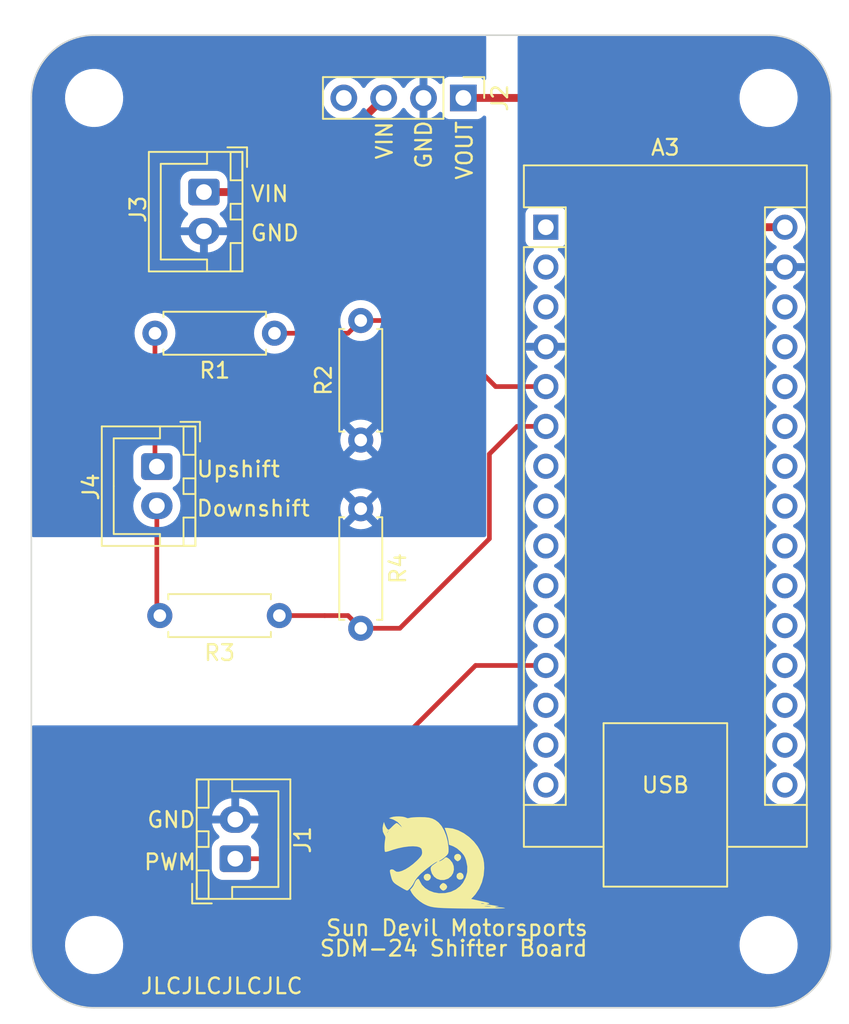
<source format=kicad_pcb>
(kicad_pcb (version 20221018) (generator pcbnew)
  (layers (0 "F.Cu" signal) (31 "B.Cu" signal) (34 "B.Paste" user) (35 "F.Paste" user) (36 "B.SilkS" user "B.Silkscreen") (37 "F.SilkS" user "F.Silkscreen") (38 "B.Mask" user) (39 "F.Mask" user) (44 "Edge.Cuts" user))
  (net 0 "")
  (net 25 "GND")
  (net 26 "Net-(A3-D2)")
  (net 27 "Net-(A3-D3)")
  (net 28 "Net-(A3-D9)")
  (net 29 "/VOUT")
  (net 30 "GND1")
  (net 31 "/VIN")
  (net 33 "Net-(J4-Pin_1)")
  (net 34 "Net-(J4-Pin_2)")
  (footprint "Resistor_THT:R_Axial_DIN0207_L6.3mm_D2.5mm_P7.62mm_Horizontal" (layer "F.Cu") (at 136 76.19 -90)
    (fp_text reference "R4" (at 3.81 -2.37 90) (layer "F.SilkS"))
    (fp_text value "5k")
    (fp_line (start 0.54 -1.37) (end 7.08 -1.37) (stroke (width 0.12)) (layer "F.SilkS"))
    (fp_line (start 0.54 -1.04) (end 0.54 -1.37) (stroke (width 0.12)) (layer "F.SilkS"))
    (fp_line (start 0.54 1.04) (end 0.54 1.37) (stroke (width 0.12)) (layer "F.SilkS"))
    (fp_line (start 0.54 1.37) (end 7.08 1.37) (stroke (width 0.12)) (layer "F.SilkS"))
    (fp_line (start 7.08 -1.37) (end 7.08 -1.04) (stroke (width 0.12)) (layer "F.SilkS"))
    (fp_line (start 7.08 1.37) (end 7.08 1.04) (stroke (width 0.12)) (layer "F.SilkS"))
    (pad "1" thru_hole circle (at 0 0 270) (size 1.6 1.6) (drill 0.8) (layers "*.Cu" "*.Mask") (net 30 "GND1"))
    (pad "2" thru_hole oval (at 7.62 0 270) (size 1.6 1.6) (drill 0.8) (layers "*.Cu" "*.Mask") (net 27 "Net-(A3-D3)"))
  )
  (footprint "Module:Arduino_Nano" (layer "F.Cu") (at 147.8 58.24)
    (fp_text reference "A3" (at 7.62 -5.08) (layer "F.SilkS"))
    (fp_text value "Arduino_Nano_v3.x")
    (fp_text user "USB" (at 7.62 35.56 unlocked) (layer "F.SilkS"))
    (fp_line (start -1.4 -3.94) (end -1.4 -1.27) (stroke (width 0.12)) (layer "F.SilkS"))
    (fp_line (start -1.4 1.27) (end -1.4 39.5) (stroke (width 0.12)) (layer "F.SilkS"))
    (fp_line (start -1.4 39.5) (end 3.68 39.5) (stroke (width 0.12)) (layer "F.SilkS"))
    (fp_line (start 1.27 -1.27) (end -1.4 -1.27) (stroke (width 0.12)) (layer "F.SilkS"))
    (fp_line (start 1.27 1.27) (end -1.4 1.27) (stroke (width 0.12)) (layer "F.SilkS"))
    (fp_line (start 1.27 1.27) (end 1.27 -1.27) (stroke (width 0.12)) (layer "F.SilkS"))
    (fp_line (start 1.27 1.27) (end 1.27 36.83) (stroke (width 0.12)) (layer "F.SilkS"))
    (fp_line (start 1.27 36.83) (end -1.4 36.83) (stroke (width 0.12)) (layer "F.SilkS"))
    (fp_line (start 3.68 31.62) (end 11.56 31.62) (stroke (width 0.12)) (layer "F.SilkS"))
    (fp_line (start 3.68 42.04) (end 3.68 31.62) (stroke (width 0.12)) (layer "F.SilkS"))
    (fp_line (start 11.56 31.62) (end 11.56 42.04) (stroke (width 0.12)) (layer "F.SilkS"))
    (fp_line (start 11.56 42.04) (end 3.68 42.04) (stroke (width 0.12)) (layer "F.SilkS"))
    (fp_line (start 13.97 -1.27) (end 13.97 36.83) (stroke (width 0.12)) (layer "F.SilkS"))
    (fp_line (start 13.97 -1.27) (end 16.64 -1.27) (stroke (width 0.12)) (layer "F.SilkS"))
    (fp_line (start 13.97 36.83) (end 16.64 36.83) (stroke (width 0.12)) (layer "F.SilkS"))
    (fp_line (start 16.64 -3.94) (end -1.4 -3.94) (stroke (width 0.12)) (layer "F.SilkS"))
    (fp_line (start 16.64 39.5) (end 11.56 39.5) (stroke (width 0.12)) (layer "F.SilkS"))
    (fp_line (start 16.64 39.5) (end 16.64 -3.94) (stroke (width 0.12)) (layer "F.SilkS"))
    (pad "1" thru_hole rect (at 0 0) (size 1.6 1.6) (drill 1) (layers "*.Cu" "*.Mask"))
    (pad "2" thru_hole oval (at 0 2.54) (size 1.6 1.6) (drill 1) (layers "*.Cu" "*.Mask"))
    (pad "3" thru_hole oval (at 0 5.08) (size 1.6 1.6) (drill 1) (layers "*.Cu" "*.Mask"))
    (pad "4" thru_hole oval (at 0 7.62) (size 1.6 1.6) (drill 1) (layers "*.Cu" "*.Mask") (net 25 "GND"))
    (pad "5" thru_hole oval (at 0 10.16) (size 1.6 1.6) (drill 1) (layers "*.Cu" "*.Mask") (net 26 "Net-(A3-D2)"))
    (pad "6" thru_hole oval (at 0 12.7) (size 1.6 1.6) (drill 1) (layers "*.Cu" "*.Mask") (net 27 "Net-(A3-D3)"))
    (pad "7" thru_hole oval (at 0 15.24) (size 1.6 1.6) (drill 1) (layers "*.Cu" "*.Mask"))
    (pad "8" thru_hole oval (at 0 17.78) (size 1.6 1.6) (drill 1) (layers "*.Cu" "*.Mask"))
    (pad "9" thru_hole oval (at 0 20.32) (size 1.6 1.6) (drill 1) (layers "*.Cu" "*.Mask"))
    (pad "10" thru_hole oval (at 0 22.86) (size 1.6 1.6) (drill 1) (layers "*.Cu" "*.Mask"))
    (pad "11" thru_hole oval (at 0 25.4) (size 1.6 1.6) (drill 1) (layers "*.Cu" "*.Mask"))
    (pad "12" thru_hole oval (at 0 27.94) (size 1.6 1.6) (drill 1) (layers "*.Cu" "*.Mask") (net 28 "Net-(A3-D9)"))
    (pad "13" thru_hole oval (at 0 30.48) (size 1.6 1.6) (drill 1) (layers "*.Cu" "*.Mask"))
    (pad "14" thru_hole oval (at 0 33.02) (size 1.6 1.6) (drill 1) (layers "*.Cu" "*.Mask"))
    (pad "15" thru_hole oval (at 0 35.56) (size 1.6 1.6) (drill 1) (layers "*.Cu" "*.Mask"))
    (pad "16" thru_hole oval (at 15.24 35.56) (size 1.6 1.6) (drill 1) (layers "*.Cu" "*.Mask"))
    (pad "17" thru_hole oval (at 15.24 33.02) (size 1.6 1.6) (drill 1) (layers "*.Cu" "*.Mask"))
    (pad "18" thru_hole oval (at 15.24 30.48) (size 1.6 1.6) (drill 1) (layers "*.Cu" "*.Mask"))
    (pad "19" thru_hole oval (at 15.24 27.94) (size 1.6 1.6) (drill 1) (layers "*.Cu" "*.Mask"))
    (pad "20" thru_hole oval (at 15.24 25.4) (size 1.6 1.6) (drill 1) (layers "*.Cu" "*.Mask"))
    (pad "21" thru_hole oval (at 15.24 22.86) (size 1.6 1.6) (drill 1) (layers "*.Cu" "*.Mask"))
    (pad "22" thru_hole oval (at 15.24 20.32) (size 1.6 1.6) (drill 1) (layers "*.Cu" "*.Mask"))
    (pad "23" thru_hole oval (at 15.24 17.78) (size 1.6 1.6) (drill 1) (layers "*.Cu" "*.Mask"))
    (pad "24" thru_hole oval (at 15.24 15.24) (size 1.6 1.6) (drill 1) (layers "*.Cu" "*.Mask"))
    (pad "25" thru_hole oval (at 15.24 12.7) (size 1.6 1.6) (drill 1) (layers "*.Cu" "*.Mask"))
    (pad "26" thru_hole oval (at 15.24 10.16) (size 1.6 1.6) (drill 1) (layers "*.Cu" "*.Mask"))
    (pad "27" thru_hole oval (at 15.24 7.62) (size 1.6 1.6) (drill 1) (layers "*.Cu" "*.Mask"))
    (pad "28" thru_hole oval (at 15.24 5.08) (size 1.6 1.6) (drill 1) (layers "*.Cu" "*.Mask"))
    (pad "29" thru_hole oval (at 15.24 2.54) (size 1.6 1.6) (drill 1) (layers "*.Cu" "*.Mask") (net 25 "GND"))
    (pad "30" thru_hole oval (at 15.24 0) (size 1.6 1.6) (drill 1) (layers "*.Cu" "*.Mask") (net 29 "/VOUT"))
  )
  (footprint "Connector_PinHeader_2.54mm:PinHeader_1x04_P2.54mm_Vertical" (layer "F.Cu") (at 142.54 50 -90)
    (fp_text reference "J2" (at 0 -2.33 90) (layer "F.SilkS"))
    (fp_text value "Conn_01x04_Pin")
    (fp_line (start -1.33 -1.33) (end 0 -1.33) (stroke (width 0.12)) (layer "F.SilkS"))
    (fp_line (start -1.33 0) (end -1.33 -1.33) (stroke (width 0.12)) (layer "F.SilkS"))
    (fp_line (start -1.33 1.27) (end -1.33 8.95) (stroke (width 0.12)) (layer "F.SilkS"))
    (fp_line (start -1.33 1.27) (end 1.33 1.27) (stroke (width 0.12)) (layer "F.SilkS"))
    (fp_line (start -1.33 8.95) (end 1.33 8.95) (stroke (width 0.12)) (layer "F.SilkS"))
    (fp_line (start 1.33 1.27) (end 1.33 8.95) (stroke (width 0.12)) (layer "F.SilkS"))
    (pad "1" thru_hole rect (at 0 0 270) (size 1.7 1.7) (drill 1) (layers "*.Cu" "*.Mask") (net 29 "/VOUT"))
    (pad "2" thru_hole oval (at 0 2.54 270) (size 1.7 1.7) (drill 1) (layers "*.Cu" "*.Mask") (net 30 "GND1"))
    (pad "3" thru_hole oval (at 0 5.08 270) (size 1.7 1.7) (drill 1) (layers "*.Cu" "*.Mask") (net 31 "/VIN"))
    (pad "4" thru_hole oval (at 0 7.62 270) (size 1.7 1.7) (drill 1) (layers "*.Cu" "*.Mask"))
  )
  (footprint "MountingHole:MountingHole_3.2mm_M3" (layer "F.Cu") (at 162 50)
    (fp_text reference "H1" hide)
    (fp_text value "MountingHole")
    (pad "" np_thru_hole circle (at 0 0) (size 3.2 3.2) (drill 3.2) (layers "*.Cu" "*.Mask"))
  )
  (footprint "Resistor_THT:R_Axial_DIN0207_L6.3mm_D2.5mm_P7.62mm_Horizontal" (layer "F.Cu") (at 130.5 65 180)
    (fp_text reference "R1" (at 3.81 -2.37) (layer "F.SilkS"))
    (fp_text value "10k")
    (fp_line (start 0.54 -1.37) (end 7.08 -1.37) (stroke (width 0.12)) (layer "F.SilkS"))
    (fp_line (start 0.54 -1.04) (end 0.54 -1.37) (stroke (width 0.12)) (layer "F.SilkS"))
    (fp_line (start 0.54 1.04) (end 0.54 1.37) (stroke (width 0.12)) (layer "F.SilkS"))
    (fp_line (start 0.54 1.37) (end 7.08 1.37) (stroke (width 0.12)) (layer "F.SilkS"))
    (fp_line (start 7.08 -1.37) (end 7.08 -1.04) (stroke (width 0.12)) (layer "F.SilkS"))
    (fp_line (start 7.08 1.37) (end 7.08 1.04) (stroke (width 0.12)) (layer "F.SilkS"))
    (pad "1" thru_hole circle (at 0 0 180) (size 1.6 1.6) (drill 0.8) (layers "*.Cu" "*.Mask") (net 26 "Net-(A3-D2)"))
    (pad "2" thru_hole oval (at 7.62 0 180) (size 1.6 1.6) (drill 0.8) (layers "*.Cu" "*.Mask") (net 33 "Net-(J4-Pin_1)"))
  )
  (footprint "LOGO" (layer "F.Cu") (at 141.2 98.8)
    (fp_text reference "G***" hide)
    (fp_text value "LOGO" hide)
    (fp_poly (pts (xy -0.821081 0.687178) (xy -0.746637 0.771826) (xy -0.729825 0.888479) (xy -0.773174 0.999054) (xy -0.877371 1.091558) (xy -1.001382 1.105118) (xy -1.120509 1.03782) (xy -1.131006 1.026786) (xy -1.189664 0.907688) (xy -1.174136 0.786063) (xy -1.089427 0.69247) (xy -1.074966 0.684631) (xy -0.936182 0.652218)) (fill solid) (layer "F.SilkS"))
    (fp_poly (pts (xy 1.200451 0.593418) (xy 1.307854 0.677382) (xy 1.317544 0.691314) (xy 1.363028 0.822122) (xy 1.335487 0.935799) (xy 1.250854 1.013972) (xy 1.125062 1.038266) (xy 1.03391 1.018404) (xy 0.93999 0.942758) (xy 0.902563 0.827297) (xy 0.929022 0.706397) (xy 0.958015 0.665458) (xy 1.075876 0.58887)) (fill solid) (layer "F.SilkS"))
    (fp_poly (pts (xy 1.089842 -0.586378) (xy 1.177972 -0.505) (xy 1.204368 -0.389784) (xy 1.168027 -0.271904) (xy 1.102186 -0.202697) (xy 1.020825 -0.151413) (xy 0.978634 -0.13345) (xy 0.927742 -0.15629) (xy 0.855082 -0.202697) (xy 0.767734 -0.303885) (xy 0.750917 -0.416013) (xy 0.791995 -0.518429) (xy 0.87833 -0.590481) (xy 0.997287 -0.611516)) (fill solid) (layer "F.SilkS"))
    (fp_poly (pts (xy 0.165657 1.281734) (xy 0.261449 1.368557) (xy 0.310214 1.473336) (xy 0.311384 1.490193) (xy 0.273719 1.594791) (xy 0.183384 1.686858) (xy 0.074366 1.733728) (xy 0.056827 1.734851) (xy -0.014247 1.705732) (xy -0.088967 1.645885) (xy -0.154949 1.557817) (xy -0.177933 1.490193) (xy -0.144968 1.405907) (xy -0.068104 1.315908) (xy 0.019612 1.254636) (xy 0.056827 1.245534)) (fill solid) (layer "F.SilkS"))
    (fp_poly (pts (xy 0.656564 -2.227522) (xy 1.015433 -2.110702) (xy 1.369584 -1.928043) (xy 1.704436 -1.689397) (xy 2.005407 -1.404615) (xy 2.257915 -1.08355) (xy 2.387423 -0.86344) (xy 2.524876 -0.568961) (xy 2.612727 -0.305117) (xy 2.659877 -0.035513) (xy 2.675227 0.276245) (xy 2.675357 0.313897) (xy 2.637505 0.766385) (xy 2.528193 1.203034) (xy 2.353785 1.606596) (xy 2.120644 1.959824) (xy 2.029129 2.065389) (xy 1.844485 2.263666) (xy 2.134414 2.328172) (xy 2.340968 2.373593) (xy 2.562869 2.421588) (xy 2.691244 2.448913) (xy 2.868613 2.492126) (xy 2.974303 2.530497) (xy 3.003838 2.560941) (xy 2.952738 2.580376) (xy 2.889194 2.585235) (xy 2.821175 2.590678) (xy 2.830687 2.601312) (xy 2.922271 2.6193) (xy 2.980385 2.628646) (xy 3.164997 2.657601) (xy 3.352363 2.687172) (xy 3.425219 2.698739) (xy 3.625394 2.730621) (xy 3.447461 2.760224) (xy 3.372426 2.775165) (xy 3.366731 2.785192) (xy 3.436768 2.791809) (xy 3.588923 2.796517) (xy 3.603152 2.796821) (xy 3.774436 2.805748) (xy 3.915715 2.822777) (xy 3.999054 2.844413) (xy 4.003503 2.846935) (xy 3.976512 2.856432) (xy 3.870604 2.864484) (xy 3.695816 2.871091) (xy 3.462185 2.876251) (xy 3.179748 2.879966) (xy 2.858544 2.882234) (xy 2.508609 2.883057) (xy 2.139982 2.882432) (xy 1.762698 2.880362) (xy 1.386797 2.876844) (xy 1.022315 2.87188) (xy 0.679289 2.865468) (xy 0.367758 2.857609) (xy 0.097758 2.848302) (xy 0.066725 2.847007) (xy -0.264249 2.828321) (xy -0.526971 2.800875) (xy -0.742066 2.759931) (xy -0.82601 2.73352) (xy 2.685481 2.73352) (xy 2.726035 2.739575) (xy 2.836985 2.742758) (xy 2.891419 2.743013) (xy 3.025076 2.741081) (xy 3.091626 2.735933) (xy 3.081784 2.728539) (xy 3.058231 2.725564) (xy 2.891199 2.718366) (xy 2.724606 2.725564) (xy 2.685481 2.73352) (xy -0.82601 2.73352) (xy -0.930156 2.700753) (xy -1.111867 2.618602) (xy -1.218283 2.560292) (xy 2.455812 2.560292) (xy 2.509279 2.567663) (xy 2.557793 2.568817) (xy 2.649344 2.565237) (xy 2.672973 2.555156) (xy 2.6584 2.549471) (xy 2.551576 2.541186) (xy 2.480466 2.548574) (xy 2.455812 2.560292) (xy -1.218283 2.560292) (xy -1.244883 2.545717) (xy -1.448019 2.407862) (xy -1.648968 2.236207) (xy -1.823658 2.053901) (xy -1.948017 1.884096) (xy -1.96496 1.853223) (xy -2.053198 1.680263) (xy -1.944561 1.562986) (xy -1.852085 1.434016) (xy -1.784831 1.292906) (xy -1.716772 1.143028) (xy -1.632312 1.031225) (xy -1.549042 0.979777) (xy -1.536718 0.978634) (xy -1.488946 1.016228) (xy -1.439114 1.108233) (xy -1.433413 1.123205) (xy -1.301426 1.362067) (xy -1.097684 1.568127) (xy -0.836128 1.732488) (xy -0.530698 1.846255) (xy -0.217719 1.89899) (xy 0.172065 1.890832) (xy 0.534941 1.809469) (xy 0.859463 1.659908) (xy 1.134185 1.447158) (xy 1.314728 1.228376) (xy 1.492647 0.894338) (xy 1.584431 0.553351) (xy 1.591233 0.196865) (xy 1.51421 -0.18367) (xy 1.508258 -0.203225) (xy 1.443342 -0.38379) (xy 1.364154 -0.526997) (xy 1.248346 -0.668687) (xy 1.163026 -0.756876) (xy 0.931418 -0.956955) (xy 0.704896 -1.0849) (xy 0.666764 -1.09997) (xy 0.422592 -1.190974) (xy 0.392054 -1.430866) (xy 0.359419 -1.603083) (xy 0.305483 -1.808126) (xy 0.253004 -1.969705) (xy 0.144492 -2.268651) (xy 0.307559 -2.268651)) (fill solid) (layer "F.SilkS"))
    (fp_poly (pts (xy -2.520941 -2.979481) (xy -2.368967 -2.944134) (xy -2.335376 -2.929253) (xy -2.213641 -2.883499) (xy -2.106247 -2.897998) (xy -2.090718 -2.904145) (xy -2.003274 -2.922799) (xy -1.849173 -2.938565) (xy -1.650716 -2.949706) (xy -1.445709 -2.954394) (xy -1.114112 -2.947559) (xy -0.850364 -2.918062) (xy -0.634993 -2.860253) (xy -0.448523 -2.768483) (xy -0.27148 -2.637101) (xy -0.231741 -2.602213) (xy -0.045531 -2.38602) (xy 0.117397 -2.102045) (xy 0.24984 -1.770007) (xy 0.344597 -1.409623) (xy 0.394466 -1.040613) (xy 0.40035 -0.871442) (xy 0.394366 -0.721697) (xy 0.365553 -0.62096) (xy 0.29762 -0.529517) (xy 0.233538 -0.464759) (xy 0.101342 -0.350164) (xy -0.037969 -0.250002) (xy -0.088967 -0.219925) (xy -0.177697 -0.168379) (xy -0.213056 -0.138347) (xy -0.209087 -0.135416) (xy -0.131599 -0.157277) (xy -0.022405 -0.214067) (xy 0.081298 -0.284428) (xy 0.131016 -0.330692) (xy 0.20347 -0.388585) (xy 0.287093 -0.38545) (xy 0.398108 -0.317328) (xy 0.48339 -0.244721) (xy 0.640552 -0.051064) (xy 0.726259 0.1687) (xy 0.742281 0.397146) (xy 0.690387 0.61685) (xy 0.572344 0.810388) (xy 0.389923 0.960336) (xy 0.359384 0.97684) (xy 0.114744 1.057394) (xy -0.125035 1.0568) (xy -0.345297 0.982335) (xy -0.531387 0.841278) (xy -0.668649 0.640906) (xy -0.735282 0.433225) (xy -0.746413 0.316134) (xy -0.721042 0.22324) (xy -0.646483 0.135142) (xy -0.510045 0.03244) (xy -0.444834 -0.010866) (xy -0.351338 -0.076307) (xy -0.313824 -0.112256) (xy -0.331489 -0.113184) (xy -0.429594 -0.063873) (xy -0.577285 0.031378) (xy -0.757402 0.159687) (xy -0.952788 0.308171) (xy -1.146284 0.463947) (xy -1.32073 0.614132) (xy -1.407736 0.694869) (xy -1.589491 0.889897) (xy -1.727613 1.078343) (xy -1.784333 1.184186) (xy -1.858343 1.322451) (xy -1.957672 1.466647) (xy -2.065395 1.596576) (xy -2.164586 1.692039) (xy -2.238319 1.732838) (xy -2.244317 1.733115) (xy -2.30693 1.711178) (xy -2.415921 1.656995) (xy -2.491068 1.615017) (xy -2.735005 1.47224) (xy -2.914479 1.360854) (xy -3.041891 1.267459) (xy -3.129646 1.178651) (xy -3.190146 1.081028) (xy -3.235794 0.961189) (xy -3.278994 0.80573) (xy -3.294051 0.747345) (xy -3.332974 0.582794) (xy -3.345788 0.481987) (xy -3.333531 0.423941) (xy -3.311335 0.39813) (xy -3.215962 0.370193) (xy -3.102681 0.403584) (xy -3.023439 0.468798) (xy -2.919628 0.527852) (xy -2.765857 0.527258) (xy -2.572828 0.472448) (xy -2.351243 0.368853) (xy -2.111804 0.221906) (xy -1.865211 0.037038) (xy -1.622166 -0.180319) (xy -1.501313 -0.303766) (xy -1.383703 -0.438331) (xy -1.318996 -0.541231) (xy -1.292982 -0.639204) (xy -1.290017 -0.701326) (xy -1.304417 -0.834684) (xy -1.339783 -0.93939) (xy -1.346858 -0.950398) (xy -1.455047 -1.028643) (xy -1.63353 -1.075767) (xy -1.86957 -1.092603) (xy -2.150435 -1.079987) (xy -2.463387 -1.038754) (xy -2.795693 -0.969741) (xy -3.134616 -0.873781) (xy -3.281908 -0.823473) (xy -3.440942 -0.771339) (xy -3.568975 -0.739003) (xy -3.64235 -0.732224) (xy -3.648203 -0.734326) (xy -3.672249 -0.792685) (xy -3.685726 -0.915821) (xy -3.68857 -1.080166) (xy -3.680722 -1.262153) (xy -3.66212 -1.438215) (xy -3.650223 -1.509234) (xy -3.632616 -1.648553) (xy -3.651287 -1.74549) (xy -3.697874 -1.822088) (xy -3.771678 -1.97951) (xy -3.514186 -1.97951) (xy -3.491944 -1.957268) (xy -3.469702 -1.97951) (xy -3.491944 -2.001751) (xy -3.514186 -1.97951) (xy -3.771678 -1.97951) (xy -3.790329 -2.019293) (xy -3.794857 -2.068476) (xy -3.469702 -2.068476) (xy -3.44746 -2.046235) (xy -3.425219 -2.068476) (xy -3.44746 -2.090718) (xy -3.469702 -2.068476) (xy -3.794857 -2.068476) (xy -3.812022 -2.254908) (xy -3.779706 -2.448192) (xy -3.725291 -2.64676) (xy -3.662803 -2.468827) (xy -3.601538 -2.332793) (xy -3.528876 -2.220956) (xy -3.513312 -2.203707) (xy -3.466148 -2.16138) (xy -3.423993 -2.151896) (xy -3.36844 -2.183732) (xy -3.281081 -2.265364) (xy -3.19937 -2.348278) (xy -3.080737 -2.461849) (xy -2.980272 -2.544479) (xy -2.918129 -2.579745) (xy -2.914961 -2.580035) (xy -2.850879 -2.5508) (xy -2.755812 -2.47698) (xy -2.711441 -2.435464) (xy -2.565391 -2.290893) (xy -2.663449 -2.433695) (xy -2.85813 -2.64042) (xy -3.113163 -2.788539) (xy -3.217915 -2.825857) (xy -3.402977 -2.882001) (xy -3.269527 -2.939524) (xy -3.124447 -2.977409) (xy -2.930266 -2.996465) (xy -2.718569 -2.99704)) (fill solid) (layer "F.SilkS"))
  )
  (footprint "Resistor_THT:R_Axial_DIN0207_L6.3mm_D2.5mm_P7.62mm_Horizontal" (layer "F.Cu") (at 130.81 83 180)
    (fp_text reference "R3" (at 3.81 -2.37) (layer "F.SilkS"))
    (fp_text value "10k")
    (fp_line (start 0.54 -1.37) (end 7.08 -1.37) (stroke (width 0.12)) (layer "F.SilkS"))
    (fp_line (start 0.54 -1.04) (end 0.54 -1.37) (stroke (width 0.12)) (layer "F.SilkS"))
    (fp_line (start 0.54 1.04) (end 0.54 1.37) (stroke (width 0.12)) (layer "F.SilkS"))
    (fp_line (start 0.54 1.37) (end 7.08 1.37) (stroke (width 0.12)) (layer "F.SilkS"))
    (fp_line (start 7.08 -1.37) (end 7.08 -1.04) (stroke (width 0.12)) (layer "F.SilkS"))
    (fp_line (start 7.08 1.37) (end 7.08 1.04) (stroke (width 0.12)) (layer "F.SilkS"))
    (pad "1" thru_hole circle (at 0 0 180) (size 1.6 1.6) (drill 0.8) (layers "*.Cu" "*.Mask") (net 27 "Net-(A3-D3)"))
    (pad "2" thru_hole oval (at 7.62 0 180) (size 1.6 1.6) (drill 0.8) (layers "*.Cu" "*.Mask") (net 34 "Net-(J4-Pin_2)"))
  )
  (footprint "MountingHole:MountingHole_3.2mm_M3" (layer "F.Cu") (at 162 104)
    (fp_text reference "H2" hide)
    (fp_text value "MountingHole")
    (pad "" np_thru_hole circle (at 0 0) (size 3.2 3.2) (drill 3.2) (layers "*.Cu" "*.Mask"))
  )
  (footprint "MountingHole:MountingHole_3.2mm_M3" (layer "F.Cu") (at 119 50)
    (fp_text reference "H3" hide)
    (fp_text value "MountingHole")
    (pad "" np_thru_hole circle (at 0 0) (size 3.2 3.2) (drill 3.2) (layers "*.Cu" "*.Mask"))
  )
  (footprint "MountingHole:MountingHole_3.2mm_M3" (layer "F.Cu") (at 119 104)
    (fp_text reference "H4" hide)
    (fp_text value "MountingHole")
    (pad "" np_thru_hole circle (at 0 0) (size 3.2 3.2) (drill 3.2) (layers "*.Cu" "*.Mask"))
  )
  (footprint "Connector_JST:JST_XH_B2B-XH-A_1x02_P2.50mm_Vertical" (layer "F.Cu") (at 128 98.5 90)
    (fp_text reference "J1" (at 1.2 4.3 90) (layer "F.SilkS"))
    (fp_text value "PWM")
    (fp_line (start -2.85 -2.75) (end -2.85 -1.5) (stroke (width 0.12)) (layer "F.SilkS"))
    (fp_line (start -2.56 -2.46) (end -2.56 3.51) (stroke (width 0.12)) (layer "F.SilkS"))
    (fp_line (start -2.56 3.51) (end 5.06 3.51) (stroke (width 0.12)) (layer "F.SilkS"))
    (fp_line (start -2.55 -2.45) (end -2.55 -1.7) (stroke (width 0.12)) (layer "F.SilkS"))
    (fp_line (start -2.55 -1.7) (end -0.75 -1.7) (stroke (width 0.12)) (layer "F.SilkS"))
    (fp_line (start -2.55 -0.2) (end -1.8 -0.2) (stroke (width 0.12)) (layer "F.SilkS"))
    (fp_line (start -1.8 -0.2) (end -1.8 2.75) (stroke (width 0.12)) (layer "F.SilkS"))
    (fp_line (start -1.8 2.75) (end 1.25 2.75) (stroke (width 0.12)) (layer "F.SilkS"))
    (fp_line (start -1.6 -2.75) (end -2.85 -2.75) (stroke (width 0.12)) (layer "F.SilkS"))
    (fp_line (start -0.75 -2.45) (end -2.55 -2.45) (stroke (width 0.12)) (layer "F.SilkS"))
    (fp_line (start -0.75 -1.7) (end -0.75 -2.45) (stroke (width 0.12)) (layer "F.SilkS"))
    (fp_line (start 0.75 -2.45) (end 0.75 -1.7) (stroke (width 0.12)) (layer "F.SilkS"))
    (fp_line (start 0.75 -1.7) (end 1.75 -1.7) (stroke (width 0.12)) (layer "F.SilkS"))
    (fp_line (start 1.75 -2.45) (end 0.75 -2.45) (stroke (width 0.12)) (layer "F.SilkS"))
    (fp_line (start 1.75 -1.7) (end 1.75 -2.45) (stroke (width 0.12)) (layer "F.SilkS"))
    (fp_line (start 3.25 -2.45) (end 3.25 -1.7) (stroke (width 0.12)) (layer "F.SilkS"))
    (fp_line (start 3.25 -1.7) (end 5.05 -1.7) (stroke (width 0.12)) (layer "F.SilkS"))
    (fp_line (start 4.3 -0.2) (end 4.3 2.75) (stroke (width 0.12)) (layer "F.SilkS"))
    (fp_line (start 4.3 2.75) (end 1.25 2.75) (stroke (width 0.12)) (layer "F.SilkS"))
    (fp_line (start 5.05 -2.45) (end 3.25 -2.45) (stroke (width 0.12)) (layer "F.SilkS"))
    (fp_line (start 5.05 -1.7) (end 5.05 -2.45) (stroke (width 0.12)) (layer "F.SilkS"))
    (fp_line (start 5.05 -0.2) (end 4.3 -0.2) (stroke (width 0.12)) (layer "F.SilkS"))
    (fp_line (start 5.06 -2.46) (end -2.56 -2.46) (stroke (width 0.12)) (layer "F.SilkS"))
    (fp_line (start 5.06 3.51) (end 5.06 -2.46) (stroke (width 0.12)) (layer "F.SilkS"))
    (pad "1" thru_hole roundrect (at 0 0 90) (size 1.7 2) (drill 1) (layers "*.Cu" "*.Mask") (roundrect_rratio 0.1470588235) (net 28 "Net-(A3-D9)"))
    (pad "2" thru_hole oval (at 2.5 0 90) (size 1.7 2) (drill 1) (layers "*.Cu" "*.Mask") (net 25 "GND"))
  )
  (footprint "Resistor_THT:R_Axial_DIN0207_L6.3mm_D2.5mm_P7.62mm_Horizontal" (layer "F.Cu") (at 136 71.81 90)
    (fp_text reference "R2" (at 3.81 -2.37 90) (layer "F.SilkS"))
    (fp_text value "5k")
    (fp_line (start 0.54 -1.37) (end 7.08 -1.37) (stroke (width 0.12)) (layer "F.SilkS"))
    (fp_line (start 0.54 -1.04) (end 0.54 -1.37) (stroke (width 0.12)) (layer "F.SilkS"))
    (fp_line (start 0.54 1.04) (end 0.54 1.37) (stroke (width 0.12)) (layer "F.SilkS"))
    (fp_line (start 0.54 1.37) (end 7.08 1.37) (stroke (width 0.12)) (layer "F.SilkS"))
    (fp_line (start 7.08 -1.37) (end 7.08 -1.04) (stroke (width 0.12)) (layer "F.SilkS"))
    (fp_line (start 7.08 1.37) (end 7.08 1.04) (stroke (width 0.12)) (layer "F.SilkS"))
    (pad "1" thru_hole circle (at 0 0 90) (size 1.6 1.6) (drill 0.8) (layers "*.Cu" "*.Mask") (net 30 "GND1"))
    (pad "2" thru_hole oval (at 7.62 0 90) (size 1.6 1.6) (drill 0.8) (layers "*.Cu" "*.Mask") (net 26 "Net-(A3-D2)"))
  )
  (footprint "Connector_JST:JST_XH_B2B-XH-A_1x02_P2.50mm_Vertical" (layer "F.Cu") (at 123 73.5 -90)
    (fp_text reference "J4" (at 1.3 4.2 90) (layer "F.SilkS"))
    (fp_text value "Up/Down Shift")
    (fp_line (start -2.85 -2.75) (end -2.85 -1.5) (stroke (width 0.12)) (layer "F.SilkS"))
    (fp_line (start -2.56 -2.46) (end -2.56 3.51) (stroke (width 0.12)) (layer "F.SilkS"))
    (fp_line (start -2.56 3.51) (end 5.06 3.51) (stroke (width 0.12)) (layer "F.SilkS"))
    (fp_line (start -2.55 -2.45) (end -2.55 -1.7) (stroke (width 0.12)) (layer "F.SilkS"))
    (fp_line (start -2.55 -1.7) (end -0.75 -1.7) (stroke (width 0.12)) (layer "F.SilkS"))
    (fp_line (start -2.55 -0.2) (end -1.8 -0.2) (stroke (width 0.12)) (layer "F.SilkS"))
    (fp_line (start -1.8 -0.2) (end -1.8 2.75) (stroke (width 0.12)) (layer "F.SilkS"))
    (fp_line (start -1.8 2.75) (end 1.25 2.75) (stroke (width 0.12)) (layer "F.SilkS"))
    (fp_line (start -1.6 -2.75) (end -2.85 -2.75) (stroke (width 0.12)) (layer "F.SilkS"))
    (fp_line (start -0.75 -2.45) (end -2.55 -2.45) (stroke (width 0.12)) (layer "F.SilkS"))
    (fp_line (start -0.75 -1.7) (end -0.75 -2.45) (stroke (width 0.12)) (layer "F.SilkS"))
    (fp_line (start 0.75 -2.45) (end 0.75 -1.7) (stroke (width 0.12)) (layer "F.SilkS"))
    (fp_line (start 0.75 -1.7) (end 1.75 -1.7) (stroke (width 0.12)) (layer "F.SilkS"))
    (fp_line (start 1.75 -2.45) (end 0.75 -2.45) (stroke (width 0.12)) (layer "F.SilkS"))
    (fp_line (start 1.75 -1.7) (end 1.75 -2.45) (stroke (width 0.12)) (layer "F.SilkS"))
    (fp_line (start 3.25 -2.45) (end 3.25 -1.7) (stroke (width 0.12)) (layer "F.SilkS"))
    (fp_line (start 3.25 -1.7) (end 5.05 -1.7) (stroke (width 0.12)) (layer "F.SilkS"))
    (fp_line (start 4.3 -0.2) (end 4.3 2.75) (stroke (width 0.12)) (layer "F.SilkS"))
    (fp_line (start 4.3 2.75) (end 1.25 2.75) (stroke (width 0.12)) (layer "F.SilkS"))
    (fp_line (start 5.05 -2.45) (end 3.25 -2.45) (stroke (width 0.12)) (layer "F.SilkS"))
    (fp_line (start 5.05 -1.7) (end 5.05 -2.45) (stroke (width 0.12)) (layer "F.SilkS"))
    (fp_line (start 5.05 -0.2) (end 4.3 -0.2) (stroke (width 0.12)) (layer "F.SilkS"))
    (fp_line (start 5.06 -2.46) (end -2.56 -2.46) (stroke (width 0.12)) (layer "F.SilkS"))
    (fp_line (start 5.06 3.51) (end 5.06 -2.46) (stroke (width 0.12)) (layer "F.SilkS"))
    (pad "1" thru_hole roundrect (at 0 0 270) (size 1.7 2) (drill 1) (layers "*.Cu" "*.Mask") (roundrect_rratio 0.1470588235) (net 33 "Net-(J4-Pin_1)"))
    (pad "2" thru_hole oval (at 2.5 0 270) (size 1.7 2) (drill 1) (layers "*.Cu" "*.Mask") (net 34 "Net-(J4-Pin_2)"))
  )
  (footprint "Connector_JST:JST_XH_B2B-XH-A_1x02_P2.50mm_Vertical" (layer "F.Cu") (at 126 56 -90)
    (fp_text reference "J3" (at 1.1 4.2 90) (layer "F.SilkS"))
    (fp_text value "Power Input")
    (fp_line (start -2.85 -2.75) (end -2.85 -1.5) (stroke (width 0.12)) (layer "F.SilkS"))
    (fp_line (start -2.56 -2.46) (end -2.56 3.51) (stroke (width 0.12)) (layer "F.SilkS"))
    (fp_line (start -2.56 3.51) (end 5.06 3.51) (stroke (width 0.12)) (layer "F.SilkS"))
    (fp_line (start -2.55 -2.45) (end -2.55 -1.7) (stroke (width 0.12)) (layer "F.SilkS"))
    (fp_line (start -2.55 -1.7) (end -0.75 -1.7) (stroke (width 0.12)) (layer "F.SilkS"))
    (fp_line (start -2.55 -0.2) (end -1.8 -0.2) (stroke (width 0.12)) (layer "F.SilkS"))
    (fp_line (start -1.8 -0.2) (end -1.8 2.75) (stroke (width 0.12)) (layer "F.SilkS"))
    (fp_line (start -1.8 2.75) (end 1.25 2.75) (stroke (width 0.12)) (layer "F.SilkS"))
    (fp_line (start -1.6 -2.75) (end -2.85 -2.75) (stroke (width 0.12)) (layer "F.SilkS"))
    (fp_line (start -0.75 -2.45) (end -2.55 -2.45) (stroke (width 0.12)) (layer "F.SilkS"))
    (fp_line (start -0.75 -1.7) (end -0.75 -2.45) (stroke (width 0.12)) (layer "F.SilkS"))
    (fp_line (start 0.75 -2.45) (end 0.75 -1.7) (stroke (width 0.12)) (layer "F.SilkS"))
    (fp_line (start 0.75 -1.7) (end 1.75 -1.7) (stroke (width 0.12)) (layer "F.SilkS"))
    (fp_line (start 1.75 -2.45) (end 0.75 -2.45) (stroke (width 0.12)) (layer "F.SilkS"))
    (fp_line (start 1.75 -1.7) (end 1.75 -2.45) (stroke (width 0.12)) (layer "F.SilkS"))
    (fp_line (start 3.25 -2.45) (end 3.25 -1.7) (stroke (width 0.12)) (layer "F.SilkS"))
    (fp_line (start 3.25 -1.7) (end 5.05 -1.7) (stroke (width 0.12)) (layer "F.SilkS"))
    (fp_line (start 4.3 -0.2) (end 4.3 2.75) (stroke (width 0.12)) (layer "F.SilkS"))
    (fp_line (start 4.3 2.75) (end 1.25 2.75) (stroke (width 0.12)) (layer "F.SilkS"))
    (fp_line (start 5.05 -2.45) (end 3.25 -2.45) (stroke (width 0.12)) (layer "F.SilkS"))
    (fp_line (start 5.05 -1.7) (end 5.05 -2.45) (stroke (width 0.12)) (layer "F.SilkS"))
    (fp_line (start 5.05 -0.2) (end 4.3 -0.2) (stroke (width 0.12)) (layer "F.SilkS"))
    (fp_line (start 5.06 -2.46) (end -2.56 -2.46) (stroke (width 0.12)) (layer "F.SilkS"))
    (fp_line (start 5.06 3.51) (end 5.06 -2.46) (stroke (width 0.12)) (layer "F.SilkS"))
    (pad "1" thru_hole roundrect (at 0 0 270) (size 1.7 2) (drill 1) (layers "*.Cu" "*.Mask") (roundrect_rratio 0.1470588235) (net 31 "/VIN"))
    (pad "2" thru_hole oval (at 2.5 0 270) (size 1.7 2) (drill 1) (layers "*.Cu" "*.Mask") (net 30 "GND1"))
  )
  (gr_arc (start 162 46) (mid 164.828427 47.171573) (end 166 50) (stroke (width 0.1)) (layer "Edge.Cuts"))
  (gr_line (start 162 108) (end 119 108) (stroke (width 0.1)) (layer "Edge.Cuts"))
  (gr_line (start 166 50) (end 166 104) (stroke (width 0.1)) (layer "Edge.Cuts"))
  (gr_arc (start 166 104) (mid 164.828427 106.828427) (end 162 108) (stroke (width 0.1)) (layer "Edge.Cuts"))
  (gr_arc (start 119 108) (mid 116.171573 106.828427) (end 115 104) (stroke (width 0.1)) (layer "Edge.Cuts"))
  (gr_line (start 119 46) (end 162 46) (stroke (width 0.1)) (layer "Edge.Cuts"))
  (gr_arc (start 115 50) (mid 116.171573 47.171573) (end 119 46) (stroke (width 0.1)) (layer "Edge.Cuts"))
  (gr_line (start 115 104) (end 115 50) (stroke (width 0.1)) (layer "Edge.Cuts"))
  (gr_text "GND" (at 140.6 54.6 90) (layer "F.SilkS") (effects (font (size 1 1)) (justify left bottom)))
  (gr_text "VIN\n" (at 128.9 56.7) (layer "F.SilkS") (effects (font (size 1 1)) (justify left bottom)))
  (gr_text "GND\n" (at 128.9 59.2) (layer "F.SilkS") (effects (font (size 1 1)) (justify left bottom)))
  (gr_text "Downshift\n" (at 125.45 76.75) (layer "F.SilkS") (effects (font (size 1 1)) (justify left bottom)))
  (gr_text "VIN\n" (at 138.1 54 90) (layer "F.SilkS") (effects (font (size 1 1)) (justify left bottom)))
  (gr_text "VOUT\n" (at 143.2 55.3 90) (layer "F.SilkS") (effects (font (size 1 1)) (justify left bottom)))
  (gr_text "PWM\n" (at 122.1 99.3) (layer "F.SilkS") (effects (font (size 1 1)) (justify left bottom)))
  (gr_text "JLCJLCJLCJLC" (at 121.9 107.2) (layer "F.SilkS") (effects (font (size 1 1)) (justify left bottom)))
  (gr_text "Upshift\n" (at 125.45 74.25) (layer "F.SilkS") (effects (font (size 1 1)) (justify left bottom)))
  (gr_text "Sun Devil Motorsports" (at 133.7 103.5) (layer "F.SilkS") (effects (font (size 1 1)) (justify left bottom)))
  (gr_text "SDM-24 Shifter Board\n" (at 133.3 104.8) (layer "F.SilkS") (effects (font (size 1 1)) (justify left bottom)))
  (gr_text "GND\n" (at 122.3 96.6) (layer "F.SilkS") (effects (font (size 1 1)) (justify left bottom)))
  (segment (start 133.4 65) (end 135.19 65) (width 0.3) (layer "F.Cu") (net 26))
  (segment (start 130.5 65) (end 133.4 65) (width 0.3) (layer "F.Cu") (net 26))
  (segment (start 136 64.19) (end 140.39 64.19) (width 0.3) (layer "F.Cu") (net 26))
  (segment (start 140.39 64.19) (end 144.6 68.4) (width 0.3) (layer "F.Cu") (net 26))
  (segment (start 144.6 68.4) (end 147.8 68.4) (width 0.3) (layer "F.Cu") (net 26))
  (segment (start 135.19 65) (end 136 64.19) (width 0.3) (layer "F.Cu") (net 26))
  (segment (start 144.2 72.7) (end 145.96 70.94) (width 0.3) (layer "F.Cu") (net 27))
  (segment (start 138.49 83.81) (end 144.2 78.1) (width 0.3) (layer "F.Cu") (net 27))
  (segment (start 130.81 83) (end 133.7 83) (width 0.3) (layer "F.Cu") (net 27))
  (segment (start 133.7 83) (end 135.19 83) (width 0.3) (layer "F.Cu") (net 27))
  (segment (start 136 83.81) (end 138.49 83.81) (width 0.3) (layer "F.Cu") (net 27))
  (segment (start 145.96 70.94) (end 147.8 70.94) (width 0.3) (layer "F.Cu") (net 27))
  (segment (start 144.2 78.1) (end 144.2 72.7) (width 0.3) (layer "F.Cu") (net 27))
  (segment (start 135.19 83) (end 136 83.81) (width 0.3) (layer "F.Cu") (net 27))
  (segment (start 131 98.5) (end 143.32 86.18) (width 0.3) (layer "F.Cu") (net 28))
  (segment (start 128 98.5) (end 131 98.5) (width 0.3) (layer "F.Cu") (net 28))
  (segment (start 143.32 86.18) (end 147.8 86.18) (width 0.3) (layer "F.Cu") (net 28))
  (segment (start 157.04 58.24) (end 148.8 50) (width 0.5) (layer "F.Cu") (net 29))
  (segment (start 148.8 50) (end 142.54 50) (width 0.5) (layer "F.Cu") (net 29))
  (segment (start 163.04 58.24) (end 157.04 58.24) (width 0.5) (layer "F.Cu") (net 29))
  (segment (start 126 56) (end 131.46 56) (width 0.5) (layer "F.Cu") (net 31))
  (segment (start 131.46 56) (end 137.46 50) (width 0.5) (layer "F.Cu") (net 31))
  (segment (start 123 73.5) (end 122.88 73.38) (width 0.3) (layer "F.Cu") (net 33))
  (segment (start 122.88 73.38) (end 122.88 65) (width 0.3) (layer "F.Cu") (net 33))
  (segment (start 123 76) (end 123 82.81) (width 0.3) (layer "F.Cu") (net 34))
  (segment (start 123 82.81) (end 123.19 83) (width 0.3) (layer "F.Cu") (net 34))
  (zone (net 25) (net_name "GND") (layer "B.Cu") (priority 1) (connect_pads (clearance 0.5)) (min_thickness 0.25) (fill yes (thermal_gap 0.5) (thermal_bridge_width 0.5))
    (polygon (pts (xy 146 45) (xy 167 45) (xy 167 109) (xy 113 109) (xy 113 90) (xy 146 90)))
  )
  (zone (net 30) (net_name "GND1") (layer "B.Cu") (connect_pads (clearance 0.5)) (min_thickness 0.25) (fill yes (thermal_gap 0.5) (thermal_bridge_width 0.5))
    (polygon (pts (xy 144 78) (xy 113 78) (xy 113 45) (xy 144 45)))
  )
)
</source>
